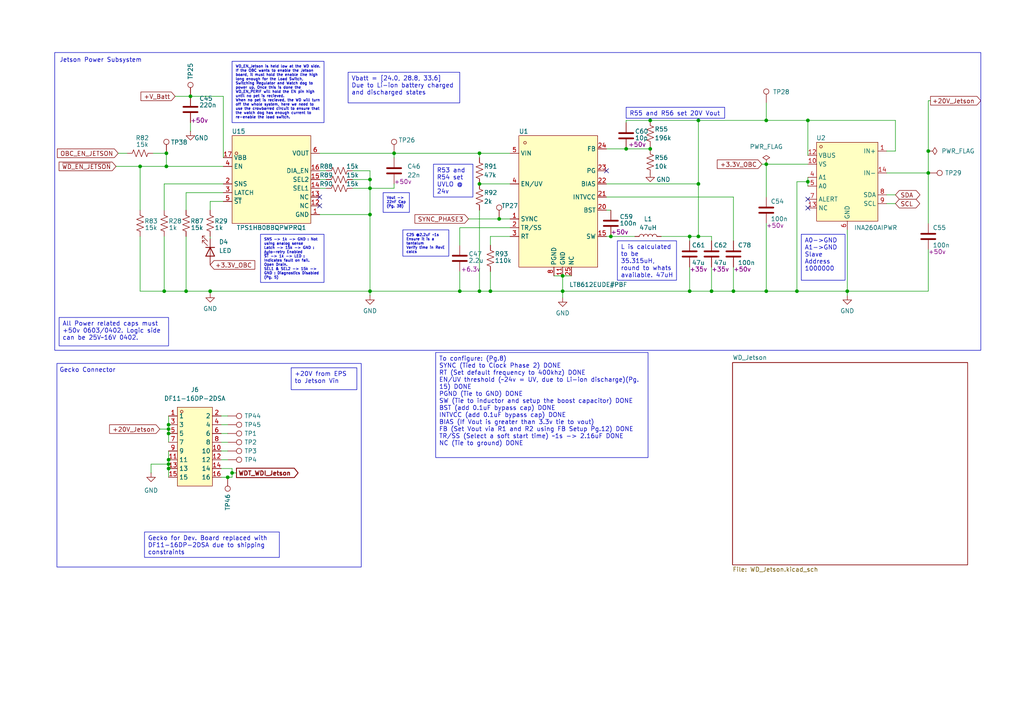
<source format=kicad_sch>
(kicad_sch (version 20250114) (generator "eeschema") (generator_version "9.0")
  (paper "A4")
  (lib_symbols
    (symbol "Device:C" (pin_numbers (hide yes)) (pin_names (offset 0.254))
      (property "Reference" "C" (at 0.635 2.54 0))
      (property "Value" "C" (at 0.635 -2.54 0))
      (symbol "C_0_1"
        (polyline (pts (xy -2.032 0.762) (xy 2.032 0.762)) (stroke (width 0.508)))
        (polyline (pts (xy -2.032 -0.762) (xy 2.032 -0.762)) (stroke (width 0.508)))
      )
      (symbol "C_1_1"
        (pin passive line (at 0 3.81 270) (length 2.794) (name "~") (number "1"))
        (pin passive line (at 0 -3.81 90) (length 2.794) (name "~") (number "2"))
      )
    )
    (symbol "Device:L" (pin_numbers (hide yes)) (pin_names (offset 1.016) (hide yes))
      (property "Reference" "L" (at -1.27 0 90))
      (property "Value" "L" (at 1.905 0 90))
      (symbol "L_0_1"
        (arc (start 0 2.54) (mid 0.6323 1.905) (end 0 1.27))
        (arc (start 0 1.27) (mid 0.6323 0.635) (end 0 0))
        (arc (start 0 0) (mid 0.6323 -0.635) (end 0 -1.27))
        (arc (start 0 -1.27) (mid 0.6323 -1.905) (end 0 -2.54))
      )
      (symbol "L_1_1"
        (pin passive line (at 0 3.81 270) (length 1.27) (name "1") (number "1"))
        (pin passive line (at 0 -3.81 90) (length 1.27) (name "2") (number "2"))
      )
    )
    (symbol "Device:LED" (pin_numbers (hide yes)) (pin_names (offset 1.016) (hide yes))
      (property "Reference" "D" (at 0 2.54 0))
      (property "Value" "LED" (at 0 -2.54 0))
      (symbol "LED_0_1"
        (polyline (pts (xy -3.048 -0.762) (xy -4.572 -2.286) (xy -3.81 -2.286) (xy -4.572 -2.286) (xy -4.572 -1.524)))
        (polyline (pts (xy -1.778 -0.762) (xy -3.302 -2.286) (xy -2.54 -2.286) (xy -3.302 -2.286) (xy -3.302 -1.524)))
        (polyline (pts (xy -1.27 0) (xy 1.27 0)))
        (polyline (pts (xy -1.27 -1.27) (xy -1.27 1.27)) (stroke (width 0.254)))
        (polyline (pts (xy 1.27 -1.27) (xy 1.27 1.27) (xy -1.27 0) (xy 1.27 -1.27)) (stroke (width 0.254)))
      )
      (symbol "LED_1_1"
        (pin passive line (at -3.81 0 0) (length 2.54) (name "K") (number "1"))
        (pin passive line (at 3.81 0 180) (length 2.54) (name "A") (number "2"))
      )
    )
    (symbol "Device:R_US" (pin_numbers (hide yes)) (pin_names (offset 0))
      (property "Reference" "R" (at 2.54 0 90))
      (property "Value" "R_US" (at -2.54 0 90))
      (symbol "R_US_0_1"
        (polyline (pts (xy 0 2.286) (xy 0 2.54)))
        (polyline (pts (xy 0 2.286) (xy 1.016 1.905) (xy 0 1.524) (xy -1.016 1.143) (xy 0 0.762)))
        (polyline (pts (xy 0 0.762) (xy 1.016 0.381) (xy 0 0) (xy -1.016 -0.381) (xy 0 -0.762)))
        (polyline (pts (xy 0 -0.762) (xy 1.016 -1.143) (xy 0 -1.524) (xy -1.016 -1.905) (xy 0 -2.286)))
        (polyline (pts (xy 0 -2.286) (xy 0 -2.54)))
      )
      (symbol "R_US_1_1"
        (pin passive line (at 0 3.81 270) (length 1.27) (name "~") (number "1"))
        (pin passive line (at 0 -3.81 90) (length 1.27) (name "~") (number "2"))
      )
    )
    (symbol "EPS:DF11-16DP-2DSA(08)"
      (property "Reference" "CN" (at 0 13.97 0))
      (property "Value" "DF11-16DP-2DSA(08)" (at 0 -13.97 0))
      (symbol "DF11-16DP-2DSA(08)_0_1"
        (rectangle (start -5.08 11.43) (end 5.08 -11.43) (fill (type background)))
        (circle (center -3.81 10.16) (radius 0.38))
        (pin unspecified line (at -7.62 8.89 0) (length 2.54) (name "1") (number "1"))
        (pin unspecified line (at -7.62 6.35 0) (length 2.54) (name "3") (number "3"))
        (pin unspecified line (at -7.62 3.81 0) (length 2.54) (name "5") (number "5"))
        (pin unspecified line (at -7.62 1.27 0) (length 2.54) (name "7") (number "7"))
        (pin unspecified line (at -7.62 -1.27 0) (length 2.54) (name "9") (number "9"))
        (pin unspecified line (at -7.62 -3.81 0) (length 2.54) (name "11") (number "11"))
        (pin unspecified line (at -7.62 -6.35 0) (length 2.54) (name "13") (number "13"))
        (pin unspecified line (at -7.62 -8.89 0) (length 2.54) (name "15") (number "15"))
        (pin unspecified line (at 7.62 8.89 180) (length 2.54) (name "2") (number "2"))
        (pin unspecified line (at 7.62 6.35 180) (length 2.54) (name "4") (number "4"))
        (pin unspecified line (at 7.62 3.81 180) (length 2.54) (name "6") (number "6"))
        (pin unspecified line (at 7.62 1.27 180) (length 2.54) (name "8") (number "8"))
        (pin unspecified line (at 7.62 -1.27 180) (length 2.54) (name "10") (number "10"))
        (pin unspecified line (at 7.62 -3.81 180) (length 2.54) (name "12") (number "12"))
        (pin unspecified line (at 7.62 -6.35 180) (length 2.54) (name "14") (number "14"))
        (pin unspecified line (at 7.62 -8.89 180) (length 2.54) (name "16") (number "16"))
      )
    )
    (symbol "EPS:INA260AIPWR"
      (property "Reference" "U" (at 0 13.97 0))
      (property "Value" "INA260AIPWR" (at 8.128 -12.954 0))
      (symbol "INA260AIPWR_0_1"
        (rectangle (start -8.89 11.43) (end 8.89 -11.43) (fill (type background)))
        (circle (center -7.62 10.16) (radius 0.38))
      )
      (symbol "INA260AIPWR_1_1"
        (pin passive line (at -11.43 7.62 0) (length 2.54) (name "VBUS") (number "12"))
        (pin passive line (at -11.43 5.08 0) (length 2.54) (name "VS") (number "10"))
        (pin passive line (at -11.43 1.27 0) (length 2.54) (name "A1") (number "4"))
        (pin passive line (at -11.43 -1.27 0) (length 2.54) (name "A0") (number "5"))
        (pin passive line (at -11.43 -5.08 0) (length 2.54) (name "ALERT") (number "7"))
        (pin passive line (at -11.43 -7.62 0) (length 2.54) (name "NC") (number "13"))
        (pin passive line (at 0 -13.97 90) (length 2.54) (name "GND") (number "6"))
        (pin passive line (at 11.43 8.89 180) (length 2.54) (name "IN+") (number "1"))
        (pin passive line (at 11.43 2.54 180) (length 2.54) (name "IN-") (number "14"))
        (pin passive line (at 11.43 -3.81 180) (length 2.54) (name "SDA") (number "8"))
        (pin passive line (at 11.43 -6.35 180) (length 2.54) (name "SCL") (number "9"))
      )
    )
    (symbol "EPS:LT8612EUDE#PBF"
      (property "Reference" "U" (at -1.27 24.13 0))
      (property "Value" "LT8612EUDE#PBF" (at 0 -29.21 0))
      (symbol "LT8612EUDE#PBF_0_1"
        (rectangle (start -11.43 16.51) (end 11.43 -21.59) (fill (type background)))
        (circle (center -9.652 14.478) (radius 0.38))
      )
      (symbol "LT8612EUDE#PBF_1_1"
        (pin passive line (at -13.97 11.43 0) (length 2.54) (name "VIN") (number "5"))
        (pin passive line (at -13.97 2.54 0) (length 2.54) (name "EN/UV") (number "4"))
        (pin passive line (at -13.97 -7.62 0) (length 2.54) (name "SYNC") (number "1"))
        (pin passive line (at -13.97 -10.16 0) (length 2.54) (name "TR/SS") (number "2"))
        (pin passive line (at -13.97 -12.7 0) (length 2.54) (name "RT") (number "3"))
        (pin passive line (at -1.27 -24.13 90) (length 2.54) (name "PGND") (number "8"))
        (pin passive line (at 1.27 -24.13 90) (length 2.54) (name "GND") (number "11"))
        (pin passive line (at 3.81 -24.13 90) (length 2.54) (name "NC") (number "25"))
        (pin passive line (at 13.97 12.7 180) (length 2.54) (name "FB") (number "24"))
        (pin passive line (at 13.97 6.35 180) (length 2.54) (name "PG") (number "23"))
        (pin passive line (at 13.97 2.54 180) (length 2.54) (name "BIAS") (number "22"))
        (pin passive line (at 13.97 -1.27 180) (length 2.54) (name "INTVCC") (number "21"))
        (pin passive line (at 13.97 -5.08 180) (length 2.54) (name "BST") (number "20"))
        (pin passive line (at 13.97 -12.7 180) (length 2.54) (name "SW") (number "15"))
      )
    )
    (symbol "EPS:TPS1HB08BQPWPRQ1"
      (property "Reference" "U" (at 0 15.24 0))
      (property "Value" "TPS1HB08BQPWPRQ1" (at 0 -15.24 0))
      (symbol "TPS1HB08BQPWPRQ1_0_1"
        (rectangle (start -11.43 12.7) (end 11.43 -12.7) (fill (type background)))
        (circle (center -10.16 7.62) (radius 0.38))
      )
      (symbol "TPS1HB08BQPWPRQ1_1_1"
        (pin passive line (at -13.97 6.35 0) (length 2.54) (name "VBB") (number "17"))
        (pin passive line (at -13.97 3.81 0) (length 2.54) (name "EN") (number "4"))
        (pin passive line (at -13.97 -1.27 0) (length 2.54) (name "SNS") (number "2"))
        (pin passive line (at -13.97 -3.81 0) (length 2.54) (name "LATCH") (number "3"))
        (pin passive line (at -13.97 -6.35 0) (length 2.54) (name "~{ST}") (number "5"))
        (pin passive line (at 13.97 7.62 180) (length 2.54) (name "VOUT") (number "6"))
        (pin passive line (at 13.97 2.54 180) (length 2.54) (name "DIA_EN") (number "16"))
        (pin passive line (at 13.97 0 180) (length 2.54) (name "SEL2") (number "15"))
        (pin passive line (at 13.97 -2.54 180) (length 2.54) (name "SEL1") (number "14"))
        (pin passive line (at 13.97 -5.08 180) (length 2.54) (name "NC") (number "13"))
        (pin passive line (at 13.97 -7.62 180) (length 2.54) (name "NC") (number "12"))
        (pin passive line (at 13.97 -10.16 180) (length 2.54) (name "GND") (number "1"))
      )
    )
    (symbol "EPS:TestPoint" (pin_numbers (hide yes)) (pin_names (offset 0.762) (hide yes))
      (property "Reference" "TP" (at 0 6.858 0))
      (property "Value" "TestPoint" (at 0 5.08 0))
      (symbol "TestPoint_0_1"
        (circle (center 0 3.302) (radius 0.762))
      )
      (symbol "TestPoint_1_1"
        (pin passive line (at 0 0 90) (length 2.54) (name "1") (number "1"))
      )
    )
    (symbol "power:GND" (power) (pin_numbers (hide yes)) (pin_names (offset 0) (hide yes))
      (property "Value" "GND" (at 0 -3.81 0))
      (symbol "GND_0_1"
        (polyline (pts (xy 0 0) (xy 0 -1.27) (xy 1.27 -1.27) (xy 0 -2.54) (xy -1.27 -1.27) (xy 0 -1.27)))
      )
      (symbol "GND_1_1"
        (pin power_in line (at 0 0 270) (length 0) (name "~") (number "1"))
      )
    )
    (symbol "power:PWR_FLAG" (power) (pin_numbers (hide yes)) (pin_names (offset 0) (hide yes))
      (property "Value" "PWR_FLAG" (at 0 3.81 0))
      (symbol "PWR_FLAG_0_0"
        (pin power_out line (at 0 0 90) (length 0) (name "~") (number "1"))
      )
      (symbol "PWR_FLAG_0_1"
        (polyline (pts (xy 0 0) (xy 0 1.27) (xy -1.016 1.905) (xy 0 2.54) (xy 1.016 1.905) (xy 0 1.27)))
      )
    )
  )
  (rectangle (start 15.875 15.24) (end 284.48 101.6))
  (rectangle (start 16.51 105.41) (end 104.775 164.465))
  (text "Jetson Power Subsystem" (at 29.21 17.526 0) (effects (font (size 1.27 1.27))))
  (text "Gecko Connector" (at 25.4 107.442 0) (effects (font (size 1.27 1.27))))
  (text_box "Gecko for Dev. Board replaced with DF11-16DP-2DSA due to shipping constraints" (at 41.91 154.305 0) (size 39.116 7.366) (margins 0.9525 0.9525 0.9525 0.9525) (effects (font (size 1.27 1.27)) (justify left top)))
  (text_box "C25 @2.2uF ~1s\nEnsure it is a tantalum\nVerify time in RevE calcs" (at 116.84 66.675 0) (size 13.335 7.62) (margins 0.9525 0.9525 0.9525 0.9525) (effects (font (size 0.762 0.762)) (justify left top)))
  (text_box "To configure: (Pg.8)\nSYNC (Tied to Clock Phase 2) DONE\nRT (Set default frequency to 400khz) DONE\nEN/UV threshold (~24v = UV, due to Li-ion discharge)(Pg. 15) DONE\nPGND (Tie to GND) DONE\nSW (Tie to inductor and setup the boost capacitor) DONE\nBST (add 0.1uF bypass cap) DONE\nINTVCC (add 0.1uF bypass cap) DONE\nBIAS (If Vout is greater than 3.3v tie to vout)\nFB (Set Vout via R1 and R2 using FB Setup Pg.12) DONE\nTR/SS (Select a soft start time) ~1s -> 2.16uF DONE\nNC (Tie to ground) DONE" (at 126.365 102.235 0) (size 61.595 30.48) (margins 0.9525 0.9525 0.9525 0.9525) (effects (font (size 1.27 1.27)) (justify left top)))
  (text_box "SNS -> 1k -> GND : Not using analog sense\nLatch -> 15k -> GND : Auto-retry Enabled\n~{ST} -> 1k -> LED : Indicates fault on fail. Open Drain.\nSEL1 & SEL2 -> 15k -> GND : Diagnostics Disabled\n(Pg. 5)" (at 75.565 67.945 0) (size 18.415 13.97) (margins 0.9525 0.9525 0.9525 0.9525) (effects (font (size 0.762 0.762)) (justify left top)))
  (text_box "R53 and R54 set UVLO @ 24v" (at 125.73 47.625 0) (size 11.43 9.525) (margins 0.9525 0.9525 0.9525 0.9525) (effects (font (size 1.27 1.27)) (justify left top)))
  (text_box "R55 and R56 set 20V Vout" (at 181.61 31.115 0) (size 28.575 3.175) (margins 0.9525 0.9525 0.9525 0.9525) (effects (font (size 1.27 1.27)) (justify left top)))
  (text_box "A0->GND\nA1->GND\nSlave Address\n1000000" (at 232.41 67.945 0) (size 12.7 13.335) (margins 0.9525 0.9525 0.9525 0.9525) (effects (font (size 1.27 1.27)) (justify left top)))
  (text_box "Vout -> 22nF Cap\n(Pg. 38)" (at 111.125 55.88 0) (size 7.62 5.715) (margins 0.9525 0.9525 0.9525 0.9525) (effects (font (size 0.762 0.762)) (justify left top)))
  (text_box "Vbatt = [24.0, 28.8, 33.6] Due to Li-ion battery charged and discharged states" (at 100.965 20.955 0) (size 32.385 8.89) (margins 0.9525 0.9525 0.9525 0.9525) (effects (font (size 1.27 1.27)) (justify left top)))
  (text_box "WD_EN_Jetson is held low at the WD side. If the OBC wants to enable the Jetson board, it must hold the enable line high long enough for the Load Switch, Switching Regulator and Watch dog to power up. Once this is done the WD_EN_PERIF will hold the EN pin high until no pet is recieved.\nWhen no pet is recieved, the WD will turn off the whole system, here we need to use the crowbarred circuit to ensure that the watch dog has enough current to re-enable the load switch." (at 67.31 17.78 0) (size 26.67 17.78) (margins 0.9525 0.9525 0.9525 0.9525) (effects (font (size 0.762 0.762)) (justify left top)))
  (text_box "All Power related caps must +50v 0603/0402. Logic side can be 25V~16V 0402." (at 17.145 92.075 0) (size 31.75 8.255) (margins 0.9525 0.9525 0.9525 0.9525) (effects (font (size 1.27 1.27)) (justify left top)))
  (text_box "L is calculated to be 35.315uH, round to whats available. 47uH" (at 179.07 69.85 0) (size 17.145 11.43) (margins 0.9525 0.9525 0.9525 0.9525) (effects (font (size 1.27 1.27)) (justify left top)))
  (text_box "+20V from EPS to Jetson Vin" (at 84.455 106.68 0) (size 19.05 6.35) (margins 0.9525 0.9525 0.9525 0.9525) (effects (font (size 1.27 1.27)) (justify left top)))
  (junction (at 48.26 44.45))
  (junction (at 142.24 84.455))
  (junction (at 48.26 48.26))
  (junction (at 206.375 84.455))
  (junction (at 222.25 47.625))
  (junction (at 66.04 138.43))
  (junction (at 47.625 84.455))
  (junction (at 67.31 137.16))
  (junction (at 202.565 53.34))
  (junction (at 212.725 84.455))
  (junction (at 139.065 53.34))
  (junction (at 200.025 68.58))
  (junction (at 139.065 44.45))
  (junction (at 269.24 43.815))
  (junction (at 48.895 134.62))
  (junction (at 163.195 84.455))
  (junction (at 202.565 68.58))
  (junction (at 107.315 62.23))
  (junction (at 48.895 123.19))
  (junction (at 222.25 34.925))
  (junction (at 163.195 80.01))
  (junction (at 55.245 27.94))
  (junction (at 222.25 84.455))
  (junction (at 107.315 54.61))
  (junction (at 48.895 133.35))
  (junction (at 231.14 84.455))
  (junction (at 40.64 48.26))
  (junction (at 114.3 44.45))
  (junction (at 133.35 84.455))
  (junction (at 269.24 50.165))
  (junction (at 48.895 125.73))
  (junction (at 188.595 43.18))
  (junction (at 107.315 52.07))
  (junction (at 200.025 84.455))
  (junction (at 188.595 34.925))
  (junction (at 144.78 63.5))
  (junction (at 234.315 34.925))
  (junction (at 60.96 84.455))
  (junction (at 177.165 68.58))
  (junction (at 139.065 84.455))
  (junction (at 48.895 135.89))
  (junction (at 181.61 43.18))
  (junction (at 234.315 52.705))
  (junction (at 53.975 84.455))
  (junction (at 48.895 124.46))
  (junction (at 107.315 84.455))
  (junction (at 202.565 34.925))
  (junction (at 245.745 84.455))
  (no_connect (at 92.71 57.15))
  (no_connect (at 175.895 49.53))
  (no_connect (at 234.315 60.325))
  (no_connect (at 92.71 59.69))
  (no_connect (at 234.315 57.785))
  (wire (pts (xy 269.24 29.21) (xy 269.24 43.815)))
  (wire (pts (xy 222.25 64.77) (xy 222.25 84.455)))
  (wire (pts (xy 53.975 84.455) (xy 60.96 84.455)))
  (wire (pts (xy 202.565 68.58) (xy 206.375 68.58)))
  (wire (pts (xy 64.77 53.34) (xy 47.625 53.34)))
  (wire (pts (xy 92.71 54.61) (xy 94.615 54.61)))
  (wire (pts (xy 259.715 43.815) (xy 257.175 43.815)))
  (wire (pts (xy 48.895 124.46) (xy 48.895 125.73)))
  (wire (pts (xy 175.895 57.15) (xy 212.725 57.15)))
  (wire (pts (xy 40.64 84.455) (xy 47.625 84.455)))
  (wire (pts (xy 259.715 59.055) (xy 257.175 59.055)))
  (wire (pts (xy 259.715 34.925) (xy 259.715 43.815)))
  (wire (pts (xy 202.565 34.925) (xy 202.565 53.34)))
  (wire (pts (xy 48.26 48.26) (xy 64.77 48.26)))
  (wire (pts (xy 220.98 47.625) (xy 222.25 47.625)))
  (wire (pts (xy 212.725 84.455) (xy 222.25 84.455)))
  (wire (pts (xy 245.745 84.455) (xy 269.24 84.455)))
  (wire (pts (xy 47.625 84.455) (xy 53.975 84.455)))
  (wire (pts (xy 234.315 52.705) (xy 234.315 53.975)))
  (wire (pts (xy 48.895 120.65) (xy 48.895 123.19)))
  (wire (pts (xy 33.655 48.26) (xy 40.64 48.26)))
  (wire (pts (xy 142.24 84.455) (xy 163.195 84.455)))
  (wire (pts (xy 67.31 137.16) (xy 68.58 137.16)))
  (wire (pts (xy 163.195 84.455) (xy 163.195 80.01)))
  (wire (pts (xy 60.96 68.58) (xy 60.96 69.215)))
  (wire (pts (xy 92.71 52.07) (xy 94.615 52.07)))
  (wire (pts (xy 188.595 42.545) (xy 188.595 43.18)))
  (wire (pts (xy 107.315 62.23) (xy 107.315 84.455)))
  (wire (pts (xy 212.725 77.47) (xy 212.725 84.455)))
  (wire (pts (xy 234.315 34.925) (xy 259.715 34.925)))
  (wire (pts (xy 163.195 84.455) (xy 163.195 86.36)))
  (wire (pts (xy 188.595 50.165) (xy 188.595 50.8)))
  (wire (pts (xy 55.245 27.94) (xy 50.8 27.94)))
  (wire (pts (xy 257.175 50.165) (xy 269.24 50.165)))
  (wire (pts (xy 107.315 84.455) (xy 133.35 84.455)))
  (wire (pts (xy 48.895 130.81) (xy 48.895 133.35)))
  (wire (pts (xy 202.565 34.925) (xy 222.25 34.925)))
  (wire (pts (xy 133.35 84.455) (xy 139.065 84.455)))
  (wire (pts (xy 142.24 68.58) (xy 147.955 68.58)))
  (wire (pts (xy 269.24 50.165) (xy 269.24 64.77)))
  (wire (pts (xy 142.24 84.455) (xy 142.24 78.74)))
  (wire (pts (xy 66.04 123.19) (xy 64.135 123.19)))
  (wire (pts (xy 36.83 44.45) (xy 34.29 44.45)))
  (wire (pts (xy 234.315 51.435) (xy 234.315 52.705)))
  (wire (pts (xy 139.065 84.455) (xy 142.24 84.455)))
  (wire (pts (xy 48.895 125.73) (xy 48.895 128.27)))
  (wire (pts (xy 181.61 34.925) (xy 181.61 35.56)))
  (wire (pts (xy 114.3 44.45) (xy 114.3 45.72)))
  (wire (pts (xy 177.165 68.58) (xy 184.15 68.58)))
  (wire (pts (xy 245.745 84.455) (xy 245.745 85.725)))
  (wire (pts (xy 133.35 66.04) (xy 133.35 71.12)))
  (wire (pts (xy 107.315 49.53) (xy 107.315 52.07)))
  (wire (pts (xy 200.025 84.455) (xy 206.375 84.455)))
  (wire (pts (xy 64.135 125.73) (xy 66.04 125.73)))
  (wire (pts (xy 175.895 53.34) (xy 202.565 53.34)))
  (wire (pts (xy 269.24 43.815) (xy 269.24 50.165)))
  (wire (pts (xy 92.71 49.53) (xy 94.615 49.53)))
  (wire (pts (xy 175.895 43.18) (xy 181.61 43.18)))
  (wire (pts (xy 200.025 68.58) (xy 202.565 68.58)))
  (wire (pts (xy 142.24 68.58) (xy 142.24 71.12)))
  (wire (pts (xy 64.77 27.94) (xy 64.77 45.72)))
  (wire (pts (xy 114.3 54.61) (xy 114.3 53.34)))
  (wire (pts (xy 175.895 60.96) (xy 177.165 60.96)))
  (wire (pts (xy 144.78 63.5) (xy 147.955 63.5)))
  (wire (pts (xy 107.315 54.61) (xy 114.3 54.61)))
  (wire (pts (xy 181.61 43.18) (xy 188.595 43.18)))
  (wire (pts (xy 163.195 84.455) (xy 200.025 84.455)))
  (wire (pts (xy 102.235 49.53) (xy 107.315 49.53)))
  (wire (pts (xy 200.025 84.455) (xy 200.025 77.47)))
  (wire (pts (xy 222.25 84.455) (xy 231.14 84.455)))
  (wire (pts (xy 67.31 138.43) (xy 66.04 138.43)))
  (wire (pts (xy 67.31 137.16) (xy 67.31 138.43)))
  (wire (pts (xy 188.595 34.925) (xy 202.565 34.925)))
  (wire (pts (xy 102.235 52.07) (xy 107.315 52.07)))
  (wire (pts (xy 55.245 27.94) (xy 64.77 27.94)))
  (wire (pts (xy 107.315 84.455) (xy 107.315 85.725)))
  (wire (pts (xy 222.25 34.925) (xy 234.315 34.925)))
  (wire (pts (xy 222.25 47.625) (xy 222.25 57.15)))
  (wire (pts (xy 48.895 123.19) (xy 48.895 124.46)))
  (wire (pts (xy 64.135 130.81) (xy 66.04 130.81)))
  (wire (pts (xy 64.135 133.35) (xy 66.04 133.35)))
  (wire (pts (xy 231.14 52.705) (xy 231.14 84.455)))
  (wire (pts (xy 40.64 48.26) (xy 48.26 48.26)))
  (wire (pts (xy 66.04 120.65) (xy 64.135 120.65)))
  (wire (pts (xy 64.135 135.89) (xy 67.31 135.89)))
  (wire (pts (xy 163.195 80.01) (xy 165.735 80.01)))
  (wire (pts (xy 107.315 54.61) (xy 107.315 62.23)))
  (wire (pts (xy 47.625 68.58) (xy 47.625 84.455)))
  (wire (pts (xy 114.3 44.45) (xy 139.065 44.45)))
  (wire (pts (xy 231.14 84.455) (xy 245.745 84.455)))
  (wire (pts (xy 102.235 54.61) (xy 107.315 54.61)))
  (wire (pts (xy 46.355 124.46) (xy 48.895 124.46)))
  (wire (pts (xy 60.96 84.455) (xy 60.96 85.09)))
  (wire (pts (xy 202.565 53.34) (xy 202.565 68.58)))
  (wire (pts (xy 44.45 44.45) (xy 48.26 44.45)))
  (wire (pts (xy 206.375 84.455) (xy 212.725 84.455)))
  (wire (pts (xy 139.065 53.34) (xy 147.955 53.34)))
  (wire (pts (xy 48.895 135.89) (xy 48.895 138.43)))
  (wire (pts (xy 222.25 34.925) (xy 222.25 29.845)))
  (wire (pts (xy 222.25 47.625) (xy 234.315 47.625)))
  (wire (pts (xy 139.065 45.72) (xy 139.065 44.45)))
  (wire (pts (xy 43.815 134.62) (xy 43.815 137.16)))
  (wire (pts (xy 67.31 135.89) (xy 67.31 137.16)))
  (wire (pts (xy 160.655 80.01) (xy 163.195 80.01)))
  (wire (pts (xy 175.895 68.58) (xy 177.165 68.58)))
  (wire (pts (xy 40.64 60.96) (xy 40.64 48.26)))
  (wire (pts (xy 48.895 134.62) (xy 48.895 135.89)))
  (wire (pts (xy 212.725 57.15) (xy 212.725 69.85)))
  (wire (pts (xy 53.975 68.58) (xy 53.975 84.455)))
  (wire (pts (xy 269.24 84.455) (xy 269.24 72.39)))
  (wire (pts (xy 133.35 66.04) (xy 147.955 66.04)))
  (wire (pts (xy 64.135 128.27) (xy 66.04 128.27)))
  (wire (pts (xy 200.025 68.58) (xy 200.025 69.85)))
  (wire (pts (xy 191.77 68.58) (xy 200.025 68.58)))
  (wire (pts (xy 234.315 45.085) (xy 234.315 34.925)))
  (wire (pts (xy 48.26 44.45) (xy 48.26 48.26)))
  (wire (pts (xy 55.245 35.56) (xy 55.245 38.1)))
  (wire (pts (xy 53.975 60.96) (xy 53.975 55.88)))
  (wire (pts (xy 139.065 60.96) (xy 139.065 84.455)))
  (wire (pts (xy 64.135 138.43) (xy 66.04 138.43)))
  (wire (pts (xy 48.895 133.35) (xy 48.895 134.62)))
  (wire (pts (xy 234.315 52.705) (xy 231.14 52.705)))
  (wire (pts (xy 60.96 58.42) (xy 64.77 58.42)))
  (wire (pts (xy 43.815 134.62) (xy 48.895 134.62)))
  (wire (pts (xy 269.875 29.21) (xy 269.24 29.21)))
  (wire (pts (xy 245.745 66.675) (xy 245.745 84.455)))
  (wire (pts (xy 92.71 44.45) (xy 114.3 44.45)))
  (wire (pts (xy 60.96 58.42) (xy 60.96 60.96)))
  (wire (pts (xy 92.71 62.23) (xy 107.315 62.23)))
  (wire (pts (xy 133.35 78.74) (xy 133.35 84.455)))
  (wire (pts (xy 206.375 68.58) (xy 206.375 69.85)))
  (wire (pts (xy 60.96 84.455) (xy 107.315 84.455)))
  (wire (pts (xy 53.975 55.88) (xy 64.77 55.88)))
  (wire (pts (xy 40.64 68.58) (xy 40.64 84.455)))
  (wire (pts (xy 139.065 44.45) (xy 147.955 44.45)))
  (wire (pts (xy 107.315 52.07) (xy 107.315 54.61)))
  (wire (pts (xy 188.595 34.925) (xy 181.61 34.925)))
  (wire (pts (xy 259.715 56.515) (xy 257.175 56.515)))
  (wire (pts (xy 135.89 63.5) (xy 144.78 63.5)))
  (wire (pts (xy 206.375 77.47) (xy 206.375 84.455)))
  (wire (pts (xy 47.625 53.34) (xy 47.625 60.96)))
  (global_label "+3.3V_OBC" (shape input) (at 220.98 47.625 180) (property "Intersheetrefs" "${INTERSHEET_REFS}" (effects (hide yes))))
  (global_label "SYNC_PHASE3" (shape input) (at 135.89 63.5 180) (property "Intersheetrefs" "${INTERSHEET_REFS}" (effects (hide yes))))
  (global_label "SDA" (shape bidirectional) (at 259.715 56.515 0) (property "Intersheetrefs" "${INTERSHEET_REFS}" (effects (hide yes))))
  (global_label "SCL" (shape bidirectional) (at 259.715 59.055 0) (property "Intersheetrefs" "${INTERSHEET_REFS}" (effects (hide yes))))
  (global_label "+20V_Jetson" (shape output) (at 269.875 29.21 0) (property "Intersheetrefs" "${INTERSHEET_REFS}" (effects (hide yes))))
  (global_label "WDT_WDI_Jetson" (shape output) (at 68.58 137.16 0) (effects (font (thickness 0.254) (bold yes))) (property "Intersheetrefs" "${INTERSHEET_REFS}" (effects (hide yes))))
  (global_label "~{WD_EN_JETSON}" (shape input) (at 33.655 48.26 180) (property "Intersheetrefs" "${INTERSHEET_REFS}" (effects (hide yes))))
  (global_label "+20V_Jetson" (shape input) (at 46.355 124.46 180) (property "Intersheetrefs" "${INTERSHEET_REFS}" (effects (hide yes))))
  (global_label "OBC_EN_JETSON" (shape input) (at 34.29 44.45 180) (property "Intersheetrefs" "${INTERSHEET_REFS}" (effects (hide yes))))
  (global_label "+3.3V_OBC" (shape input) (at 60.96 76.835 0) (property "Intersheetrefs" "${INTERSHEET_REFS}" (effects (hide yes))))
  (global_label "+V_Batt" (shape input) (at 50.8 27.94 180) (property "Intersheetrefs" "${INTERSHEET_REFS}" (effects (hide yes))))
  (symbol (lib_id "EPS:TestPoint") (at 66.04 138.43 180) (unit 1)
    (property "Reference" "TP46" (at 66.04 143.256 90) (effects (justify left)))
    (property "Value" "TestPoint" (effects (hide yes)))
    (property "Footprint" "TestPoint:TestPoint_Pad_1.0x1.0mm" (effects (hide yes)))
    (property "Description" "test point" (effects (hide yes)))
  )
  (symbol (lib_id "power:GND") (at 60.96 85.09 0) (unit 1)
    (property "Reference" "#PWR07" (effects (hide yes)))
    (property "Value" "GND" (at 60.96 89.535 0))
    (property "Description" "Power symbol creates a global label with name \"GND\" , ground" (effects (hide yes)))
  )
  (symbol (lib_id "power:PWR_FLAG") (at 269.24 43.815 270) (unit 1)
    (property "Reference" "#FLG06" (effects (hide yes)))
    (property "Value" "PWR_FLAG" (at 273.05 43.8149 90) (effects (justify left)))
    (property "Description" "Special symbol for telling ERC where power comes from" (effects (hide yes)))
  )
  (symbol (lib_id "Device:R_US") (at 98.425 52.07 90) (unit 1)
    (property "Reference" "R89" (at 94.615 50.8 90))
    (property "Value" "15k" (at 102.235 50.8 90))
    (property "Footprint" "EPS:R0402" (effects (hide yes)))
    (property "Description" "Resistor, US symbol" (effects (hide yes)))
    (property "LCSC" "C114761" (effects (hide yes)))
  )
  (symbol (lib_id "Device:C") (at 206.375 73.66 0) (unit 1)
    (property "Reference" "C62" (at 207.01 71.12 0) (effects (justify left)))
    (property "Value" "47u" (at 207.01 76.2 0) (effects (justify left)))
    (property "Footprint" "EPS:CAP-SMD_L7.3-W4.3-FD" (effects (hide yes)))
    (property "Description" "Unpolarized capacitor" (effects (hide yes)))
    (property "Voltage Rating" "+35v" (at 208.915 78.105 0))
    (property "LCSC" "C87110" (effects (hide yes)))
  )
  (symbol (lib_id "power:PWR_FLAG") (at 222.25 47.625 0) (unit 1)
    (property "Reference" "#FLG010" (effects (hide yes)))
    (property "Value" "PWR_FLAG" (at 222.25 42.545 0))
    (property "Description" "Special symbol for telling ERC where power comes from" (effects (hide yes)))
  )
  (symbol (lib_id "Device:C") (at 114.3 49.53 0) (unit 1)
    (property "Reference" "C46" (at 118.11 48.2599 0) (effects (justify left)))
    (property "Value" "22n" (at 118.11 50.7999 0) (effects (justify left)))
    (property "Footprint" "EPS:C0402" (effects (hide yes)))
    (property "Description" "Unpolarized capacitor" (effects (hide yes)))
    (property "Voltage Rating" "+50v" (at 116.84 52.705 0))
    (property "LCSC" "C77023" (effects (hide yes)))
  )
  (symbol (lib_id "Device:R_US") (at 139.065 49.53 0) (unit 1)
    (property "Reference" "R91" (at 140.335 48.26 0) (effects (justify left)))
    (property "Value" "47k" (at 140.335 50.8 0) (effects (justify left)))
    (property "Footprint" "EPS:R0402" (effects (hide yes)))
    (property "Description" "Resistor, US symbol" (effects (hide yes)))
    (property "LCSC" "C93943" (effects (hide yes)))
  )
  (symbol (lib_id "power:GND") (at 163.195 86.36 0) (unit 1)
    (property "Reference" "#PWR05" (effects (hide yes)))
    (property "Value" "GND" (at 163.195 90.805 0))
    (property "Description" "Power symbol creates a global label with name \"GND\" , ground" (effects (hide yes)))
  )
  (symbol (lib_id "Device:R_US") (at 139.065 57.15 0) (unit 1)
    (property "Reference" "R92" (at 140.335 55.88 0) (effects (justify left)))
    (property "Value" "2k" (at 140.335 58.42 0) (effects (justify left)))
    (property "Footprint" "EPS:R0402" (effects (hide yes)))
    (property "Description" "Resistor, US symbol" (effects (hide yes)))
    (property "LCSC" "C60488" (effects (hide yes)))
  )
  (symbol (lib_id "EPS:LT8612EUDE#PBF") (at 161.925 55.88 0) (unit 1)
    (property "Reference" "U1" (at 150.495 38.1 0) (effects (justify left)))
    (property "Value" "LT8612EUDE#PBF" (at 165.1 82.55 0) (effects (justify left)))
    (property "Footprint" "EPS:QFN-28_L6.0-W3.0-P0.50-BL-EP" (effects (hide yes)))
    (property "Datasheet" "https://jlcpcb.com/api/file/downloadByFileSystemAccessId/8589836477510287360" (effects (hide yes)))
    (property "Description" "42V, 6A, Step Down Regulator" (effects (hide yes)))
    (property "LCSC Part" "C580312" (effects (hide yes)))
  )
  (symbol (lib_id "Device:R_US") (at 188.595 46.99 0) (unit 1)
    (property "Reference" "R56" (at 189.865 45.72 0) (effects (justify left)))
    (property "Value" "10k" (at 189.865 48.26 0) (effects (justify left)))
    (property "Footprint" "EPS:R0402" (effects (hide yes)))
    (property "Description" "Resistor, US symbol" (effects (hide yes)))
    (property "LCSC" "C25531" (effects (hide yes)))
  )
  (symbol (lib_id "EPS:TestPoint") (at 66.04 133.35 270) (unit 1)
    (property "Reference" "TP4" (at 70.866 133.35 90) (effects (justify left)))
    (property "Value" "TestPoint" (effects (hide yes)))
    (property "Footprint" "TestPoint:TestPoint_Pad_1.0x1.0mm" (effects (hide yes)))
    (property "Description" "test point" (effects (hide yes)))
  )
  (symbol (lib_id "EPS:TestPoint") (at 66.04 128.27 270) (unit 1)
    (property "Reference" "TP2" (at 70.866 128.27 90) (effects (justify left)))
    (property "Value" "TestPoint" (effects (hide yes)))
    (property "Footprint" "TestPoint:TestPoint_Pad_1.0x1.0mm" (effects (hide yes)))
    (property "Description" "test point" (effects (hide yes)))
  )
  (symbol (lib_id "EPS:TestPoint") (at 114.3 44.45 0) (unit 1)
    (property "Reference" "TP26" (at 115.57 40.64 0) (effects (justify left)))
    (property "Value" "TestPoint" (effects (hide yes)))
    (property "Footprint" "TestPoint:TestPoint_Pad_1.0x1.0mm" (effects (hide yes)))
    (property "Description" "test point" (effects (hide yes)))
  )
  (symbol (lib_id "Device:C") (at 200.025 73.66 0) (unit 1)
    (property "Reference" "C61" (at 200.66 71.12 0) (effects (justify left)))
    (property "Value" "47u" (at 200.66 76.2 0) (effects (justify left)))
    (property "Footprint" "EPS:CAP-SMD_L7.3-W4.3-FD" (effects (hide yes)))
    (property "Description" "Unpolarized capacitor" (effects (hide yes)))
    (property "Voltage Rating" "+35v" (at 202.565 78.105 0))
    (property "LCSC" "C87110" (effects (hide yes)))
  )
  (symbol (lib_id "Device:C") (at 269.24 68.58 0) (unit 1)
    (property "Reference" "C55" (at 270.51 66.04 0) (effects (justify left)))
    (property "Value" "100n" (at 270.51 71.12 0) (effects (justify left)))
    (property "Footprint" "EPS:C0402" (effects (hide yes)))
    (property "Description" "Unpolarized capacitor" (effects (hide yes)))
    (property "Voltage Rating" "+50v" (at 271.78 73.025 0))
    (property "LCSC" "C85858" (effects (hide yes)))
  )
  (symbol (lib_id "Device:R_US") (at 98.425 54.61 90) (unit 1)
    (property "Reference" "R90" (at 94.615 53.34 90))
    (property "Value" "15k" (at 102.235 53.34 90))
    (property "Footprint" "EPS:R0402" (effects (hide yes)))
    (property "Description" "Resistor, US symbol" (effects (hide yes)))
    (property "LCSC" "C114761" (effects (hide yes)))
  )
  (symbol (lib_id "EPS:INA260AIPWR") (at 245.745 52.705 0) (unit 1)
    (property "Reference" "U2" (at 238.125 40.005 0))
    (property "Value" "INA260AIPWR" (at 254 66.04 0))
    (property "Footprint" "EPS:TSSOP-16_L5.0-W4.4-P0.65-LS6.4-BL-1" (effects (hide yes)))
    (property "Datasheet" "https://www.ti.com/lit/ds/symlink/ina260.pdf?ts=1748375218606&ref_url=https%253A%252F%252Fwww.google.com%252F" (effects (hide yes)))
    (property "Description" "Precision Digital Current and Power Monitor With Low-Drift, Precision Integrated Shunt" (effects (hide yes)))
    (property "LCSC Part" "C2155885" (effects (hide yes)))
  )
  (symbol (lib_id "EPS:TestPoint") (at 144.78 63.5 0) (unit 1)
    (property "Reference" "TP27" (at 145.415 59.69 0) (effects (justify left)))
    (property "Value" "TestPoint" (effects (hide yes)))
    (property "Footprint" "TestPoint:TestPoint_Pad_1.0x1.0mm" (effects (hide yes)))
    (property "Description" "test point" (effects (hide yes)))
  )
  (symbol (lib_id "Device:C") (at 212.725 73.66 0) (unit 1)
    (property "Reference" "C78" (at 213.995 71.12 0) (effects (justify left)))
    (property "Value" "100n" (at 213.995 76.2 0) (effects (justify left)))
    (property "Footprint" "EPS:C0402" (effects (hide yes)))
    (property "Description" "Unpolarized capacitor" (effects (hide yes)))
    (property "Voltage Rating" "+50v" (at 215.265 78.105 0))
    (property "LCSC" "C85858" (effects (hide yes)))
  )
  (symbol (lib_id "EPS:TestPoint") (at 66.04 120.65 270) (unit 1)
    (property "Reference" "TP44" (at 70.866 120.65 90) (effects (justify left)))
    (property "Value" "TestPoint" (effects (hide yes)))
    (property "Footprint" "TestPoint:TestPoint_Pad_1.0x1.0mm" (effects (hide yes)))
    (property "Description" "test point" (effects (hide yes)))
  )
  (symbol (lib_id "Device:L") (at 187.96 68.58 90) (unit 1)
    (property "Reference" "L1" (at 187.96 63.5 90))
    (property "Value" "47uH" (at 187.96 66.04 90))
    (property "Footprint" "EPS:IND-SMD_L10.7-W10.0_ETQP5MXXXX" (effects (hide yes)))
    (property "Description" "Inductor" (effects (hide yes)))
    (property "LCSC" "C409637" (effects (hide yes)))
  )
  (symbol (lib_id "EPS:TestPoint") (at 66.04 130.81 270) (unit 1)
    (property "Reference" "TP3" (at 70.866 130.81 90) (effects (justify left)))
    (property "Value" "TestPoint" (effects (hide yes)))
    (property "Footprint" "TestPoint:TestPoint_Pad_1.0x1.0mm" (effects (hide yes)))
    (property "Description" "test point" (effects (hide yes)))
  )
  (symbol (lib_id "power:GND") (at 107.315 85.725 0) (unit 1)
    (property "Reference" "#PWR03" (effects (hide yes)))
    (property "Value" "GND" (at 107.315 90.17 0))
    (property "Description" "Power symbol creates a global label with name \"GND\" , ground" (effects (hide yes)))
  )
  (symbol (lib_id "power:GND") (at 55.245 38.1 0) (unit 1)
    (property "Reference" "#PWR08" (effects (hide yes)))
    (property "Value" "GND" (at 58.42 40.005 0))
    (property "Description" "Power symbol creates a global label with name \"GND\" , ground" (effects (hide yes)))
  )
  (symbol (lib_id "EPS:TestPoint") (at 55.245 27.94 0) (mirror y) (unit 1)
    (property "Reference" "TP25" (at 55.245 23.114 90) (effects (justify left)))
    (property "Value" "TestPoint" (effects (hide yes)))
    (property "Footprint" "TestPoint:TestPoint_Pad_1.0x1.0mm" (effects (hide yes)))
    (property "Description" "test point" (effects (hide yes)))
  )
  (symbol (lib_id "Device:R_US") (at 40.64 44.45 270) (unit 1)
    (property "Reference" "R82" (at 41.275 40.005 90))
    (property "Value" "15k" (at 41.275 41.91 90))
    (property "Footprint" "EPS:R0402" (effects (hide yes)))
    (property "Description" "Resistor, US symbol" (effects (hide yes)))
    (property "LCSC" "C114761" (effects (hide yes)))
  )
  (symbol (lib_id "Device:R_US") (at 40.64 64.77 0) (unit 1)
    (property "Reference" "R83" (at 43.815 64.135 0))
    (property "Value" "15k" (at 43.815 66.04 0))
    (property "Footprint" "EPS:R0402" (effects (hide yes)))
    (property "Description" "Resistor, US symbol" (effects (hide yes)))
    (property "LCSC" "C114761" (effects (hide yes)))
  )
  (symbol (lib_id "Device:R_US") (at 98.425 49.53 90) (unit 1)
    (property "Reference" "R88" (at 94.615 48.26 90))
    (property "Value" "15k" (at 102.235 48.26 90))
    (property "Footprint" "EPS:R0402" (effects (hide yes)))
    (property "Description" "Resistor, US symbol" (effects (hide yes)))
    (property "LCSC" "C114761" (effects (hide yes)))
  )
  (symbol (lib_id "Device:R_US") (at 47.625 64.77 180) (unit 1)
    (property "Reference" "R28" (at 50.8 64.135 0))
    (property "Value" "1k" (at 50.165 66.04 0))
    (property "Footprint" "EPS:R0402" (effects (hide yes)))
    (property "Description" "Resistor, US symbol" (effects (hide yes)))
    (property "LCSC" "C106235" (effects (hide yes)))
  )
  (symbol (lib_id "Device:C") (at 133.35 74.93 0) (unit 1)
    (property "Reference" "C47" (at 135.89 73.66 0) (effects (justify left)))
    (property "Value" "2.2u" (at 135.89 75.565 0) (effects (justify left)))
    (property "Footprint" "EPS:C0402" (effects (hide yes)))
    (property "Description" "Unpolarized capacitor" (effects (hide yes)))
    (property "LCSC" "C12530" (effects (hide yes)))
    (property "Voltage Rating" "+6.3v" (at 136.525 78.105 0))
  )
  (symbol (lib_id "Device:R_US") (at 188.595 38.735 0) (unit 1)
    (property "Reference" "R55" (at 189.865 37.465 0) (effects (justify left)))
    (property "Value" "196k" (at 189.865 40.005 0) (effects (justify left)))
    (property "Footprint" "EPS:R0402" (effects (hide yes)))
    (property "Description" "Resistor, US symbol" (effects (hide yes)))
    (property "LCSC" "C2077051" (effects (hide yes)))
  )
  (symbol (lib_id "Device:C") (at 55.245 31.75 0) (unit 1)
    (property "Reference" "C45" (at 57.785 28.575 0) (effects (justify left)))
    (property "Value" "220n" (at 57.785 30.48 0) (effects (justify left)))
    (property "Footprint" "EPS:C0402" (effects (hide yes)))
    (property "Description" "Unpolarized capacitor" (effects (hide yes)))
    (property "Voltage Rating" "+50v" (at 57.785 34.925 0))
    (property "LCSC" "C5159775" (effects (hide yes)))
  )
  (symbol (lib_id "Device:LED") (at 60.96 73.025 270) (unit 1)
    (property "Reference" "D4" (at 63.5 70.1674 90) (effects (justify left)))
    (property "Value" "LED" (at 63.5 72.7074 90) (effects (justify left)))
    (property "Footprint" "EPS:LED0603-RD_RED" (effects (hide yes)))
    (property "Description" "Light emitting diode" (effects (hide yes)))
    (property "Sim.Pins" "1=K 2=A" (effects (hide yes)))
  )
  (symbol (lib_id "Device:R_US") (at 60.96 64.77 180) (unit 1)
    (property "Reference" "R29" (at 64.135 64.135 0))
    (property "Value" "1k" (at 63.5 66.04 0))
    (property "Footprint" "EPS:R0402" (effects (hide yes)))
    (property "Description" "Resistor, US symbol" (effects (hide yes)))
  )
  (symbol (lib_id "Device:C") (at 177.165 64.77 0) (unit 1)
    (property "Reference" "C59" (at 179.705 62.865 0) (effects (justify left)))
    (property "Value" "100n" (at 179.705 64.77 0) (effects (justify left)))
    (property "Footprint" "EPS:C0402" (effects (hide yes)))
    (property "Description" "Unpolarized capacitor" (effects (hide yes)))
    (property "Voltage Rating" "+50v" (at 179.705 67.31 0))
    (property "LCSC" "C85858" (effects (hide yes)))
  )
  (symbol (lib_id "power:GND") (at 43.815 137.16 0) (unit 1)
    (property "Reference" "#PWR04" (effects (hide yes)))
    (property "Value" "GND" (at 43.815 142.24 0))
    (property "Description" "Power symbol creates a global label with name \"GND\" , ground" (effects (hide yes)))
  )
  (symbol (lib_id "EPS:TestPoint") (at 66.04 123.19 270) (unit 1)
    (property "Reference" "TP45" (at 70.866 123.19 90) (effects (justify left)))
    (property "Value" "TestPoint" (effects (hide yes)))
    (property "Footprint" "TestPoint:TestPoint_Pad_1.0x1.0mm" (effects (hide yes)))
    (property "Description" "test point" (effects (hide yes)))
  )
  (symbol (lib_id "EPS:TestPoint") (at 66.04 125.73 270) (unit 1)
    (property "Reference" "TP1" (at 70.866 125.73 90) (effects (justify left)))
    (property "Value" "TestPoint" (effects (hide yes)))
    (property "Footprint" "TestPoint:TestPoint_Pad_1.0x1.0mm" (effects (hide yes)))
    (property "Description" "test point" (effects (hide yes)))
  )
  (symbol (lib_id "EPS:TPS1HB08BQPWPRQ1") (at 78.74 52.07 0) (unit 1)
    (property "Reference" "U15" (at 69.215 38.1 0))
    (property "Value" "TPS1HB08BQPWPRQ1" (at 78.74 66.04 0))
    (property "Footprint" "EPS:HTSSOP-16_L5.0-W4.4-P0.65-LS6.4-TL-EP2.9" (effects (hide yes)))
    (property "Datasheet" "https://www.ti.com/lit/ds/symlink/tps1ha08-q1.pdf?ts=1748448912035&ref_url=https%253A%252F%252Fwww.ti.com%252Fproduct%252FTPS1HA08-Q1" (effects (hide yes)))
    (property "Description" "40-V, 8-mΩ Single-Channel Smart High-Side Switch" (effects (hide yes)))
    (property "LCSC Part" "C3230075" (effects (hide yes)))
  )
  (symbol (lib_id "Device:R_US") (at 142.24 74.93 0) (unit 1)
    (property "Reference" "R93" (at 143.51 73.66 0) (effects (justify left)))
    (property "Value" "110k" (at 143.51 75.565 0) (effects (justify left)))
    (property "Footprint" "EPS:R0402" (effects (hide yes)))
    (property "Description" "Resistor, US symbol" (effects (hide yes)))
    (property "LCSC" "C138065" (effects (hide yes)))
  )
  (symbol (lib_id "Device:R_US") (at 53.975 64.77 0) (unit 1)
    (property "Reference" "R87" (at 57.15 64.135 0))
    (property "Value" "15k" (at 57.15 66.04 0))
    (property "Footprint" "EPS:R0402" (effects (hide yes)))
    (property "Description" "Resistor, US symbol" (effects (hide yes)))
    (property "LCSC" "C114761" (effects (hide yes)))
  )
  (symbol (lib_id "power:GND") (at 245.745 85.725 0) (unit 1)
    (property "Reference" "#PWR038" (effects (hide yes)))
    (property "Value" "GND" (at 245.745 90.17 0))
    (property "Description" "Power symbol creates a global label with name \"GND\" , ground" (effects (hide yes)))
  )
  (symbol (lib_id "power:GND") (at 188.595 50.165 0) (unit 1)
    (property "Reference" "#PWR037" (effects (hide yes)))
    (property "Value" "GND" (at 192.405 52.07 0))
    (property "Description" "Power symbol creates a global label with name \"GND\" , ground" (effects (hide yes)))
  )
  (symbol (lib_id "EPS:DF11-16DP-2DSA(08)") (at 56.515 129.54 0) (unit 1)
    (property "Reference" "J6" (at 56.515 113.03 0))
    (property "Value" "DF11-16DP-2DSA" (at 56.515 115.57 0))
    (property "Footprint" "EPS:CONN-TH_DF11-16DP-2DSA-08" (effects (hide yes)))
    (property "Datasheet" "https://lcsc.com/product-detail/Wire-To-Board-Wire-To-Wire-Connector_HRS-Hirose-HRS-DF11-16DP-2DSA-08_C530981.html" (effects (hide yes)))
    (property "Description" "Hirose 2x8 Connector, Drop in replacement for Gecko" (effects (hide yes)))
    (property "MANUFACTURER" "HARWIN" (effects (hide yes)))
    (property "LCSC Part" "C530981" (effects (hide yes)))
  )
  (symbol (lib_id "EPS:TestPoint") (at 269.24 50.165 270) (unit 1)
    (property "Reference" "TP29" (at 274.066 50.165 90) (effects (justify left)))
    (property "Value" "TestPoint" (effects (hide yes)))
    (property "Footprint" "TestPoint:TestPoint_Pad_1.0x1.0mm" (effects (hide yes)))
    (property "Description" "test point" (effects (hide yes)))
  )
  (symbol (lib_id "Device:C") (at 181.61 39.37 0) (unit 1)
    (property "Reference" "C60" (at 184.15 38.1 0) (effects (justify left)))
    (property "Value" "10p" (at 184.15 40.005 0) (effects (justify left)))
    (property "Footprint" "EPS:C0402" (effects (hide yes)))
    (property "Description" "Unpolarized capacitor" (effects (hide yes)))
    (property "Voltage Rating" "+50v" (at 184.785 41.91 0))
    (property "LCSC" "C1545" (effects (hide yes)))
  )
  (symbol (lib_id "EPS:TestPoint") (at 48.26 44.45 0) (unit 1)
    (property "Reference" "TP38" (at 49.53 41.275 0) (effects (justify left)))
    (property "Value" "TestPoint" (effects (hide yes)))
    (property "Footprint" "TestPoint:TestPoint_Pad_1.0x1.0mm" (effects (hide yes)))
    (property "Description" "test point" (effects (hide yes)))
  )
  (symbol (lib_id "Device:C") (at 222.25 60.96 0) (unit 1)
    (property "Reference" "C54" (at 223.52 58.42 0) (effects (justify left)))
    (property "Value" "100n" (at 223.52 63.5 0) (effects (justify left)))
    (property "Footprint" "EPS:C0402" (effects (hide yes)))
    (property "Description" "Unpolarized capacitor" (effects (hide yes)))
    (property "Voltage Rating" "+50v" (at 224.79 65.405 0))
    (property "LCSC" "C85858" (effects (hide yes)))
  )
  (symbol (lib_id "EPS:TestPoint") (at 222.25 29.845 0) (unit 1)
    (property "Reference" "TP28" (at 224.155 26.67 0) (effects (justify left)))
    (property "Value" "TestPoint" (effects (hide yes)))
    (property "Footprint" "TestPoint:TestPoint_Pad_1.0x1.0mm" (effects (hide yes)))
    (property "Description" "test point" (effects (hide yes)))
  )
  (sheet (at 212.471 105.156) (size 68.199 58.674) (stroke (width 0.1524))
    (property "Sheetname" "WD_Jetson" (at 212.471 104.4444 0) (effects (justify left bottom)))
    (property "Sheetfile" "WD_Jetson.kicad_sch" (at 212.471 164.4146 0) (effects (justify left top)))
  )
)
</source>
